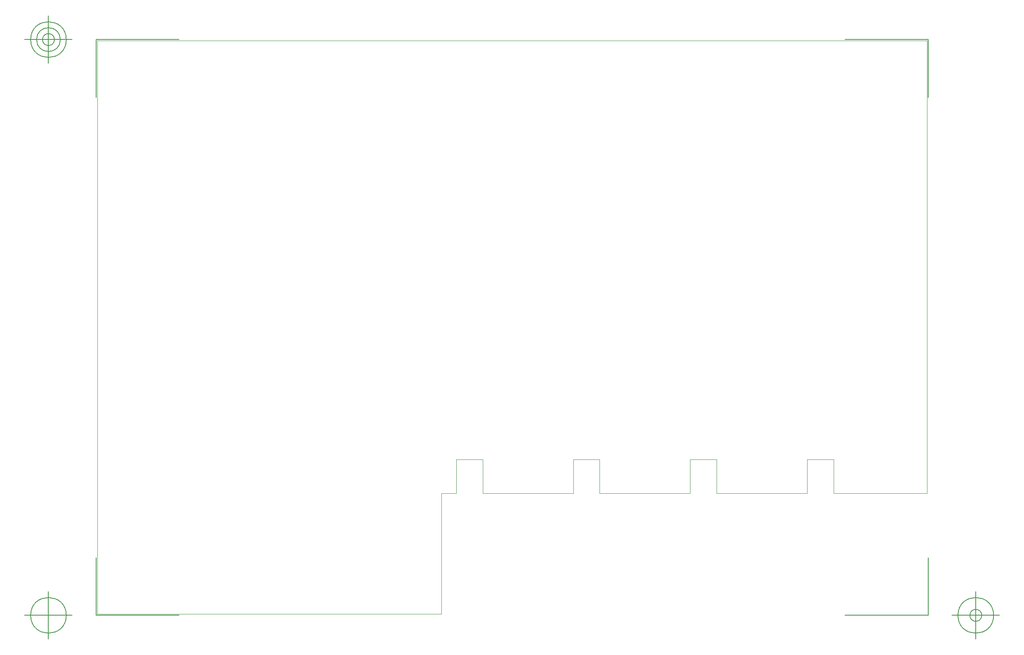
<source format=gbr>
G04 Generated by Ultiboard 14.0 *
%FSLAX24Y24*%
%MOIN*%

%ADD10C,0.0001*%
%ADD11C,0.0001*%
%ADD12C,0.0050*%


G04 ColorRGB 00FFFF for the following layer *
%LNBoard Outline*%
%LPD*%
G54D10*
G54D11*
X0Y0D02*
X28500Y0D01*
X28500Y10000D01*
X29750Y10000D01*
X29750Y12810D01*
X31940Y12810D01*
X31940Y10000D01*
X39440Y10000D01*
X39440Y12810D01*
X41630Y12810D01*
X41630Y10000D01*
X49120Y10000D01*
X49120Y12810D01*
X51310Y12810D01*
X51310Y10000D01*
X58810Y10000D01*
X58810Y12810D01*
X61000Y12810D01*
X61000Y10000D01*
X68750Y10000D01*
X68750Y47500D01*
X0Y47500D01*
X0Y0D01*
G54D12*
X-100Y-100D02*
X-100Y4670D01*
X-100Y-100D02*
X6795Y-100D01*
X68850Y-100D02*
X61955Y-100D01*
X68850Y-100D02*
X68850Y4670D01*
X68850Y47600D02*
X68850Y42830D01*
X68850Y47600D02*
X61955Y47600D01*
X-100Y47600D02*
X6795Y47600D01*
X-100Y47600D02*
X-100Y42830D01*
X-2069Y-100D02*
X-6006Y-100D01*
X-4037Y-2069D02*
X-4037Y1869D01*
X-5513Y-100D02*
G75*
D01*
G02X-5513Y-100I1476J0*
G01*
X70819Y-100D02*
X74756Y-100D01*
X72787Y-2069D02*
X72787Y1869D01*
X71311Y-100D02*
G75*
D01*
G02X71311Y-100I1476J0*
G01*
X72295Y-100D02*
G75*
D01*
G02X72295Y-100I492J0*
G01*
X-2069Y47600D02*
X-6006Y47600D01*
X-4037Y45631D02*
X-4037Y49569D01*
X-5513Y47600D02*
G75*
D01*
G02X-5513Y47600I1476J0*
G01*
X-5021Y47600D02*
G75*
D01*
G02X-5021Y47600I984J0*
G01*
X-4529Y47600D02*
G75*
D01*
G02X-4529Y47600I492J0*
G01*

M02*

</source>
